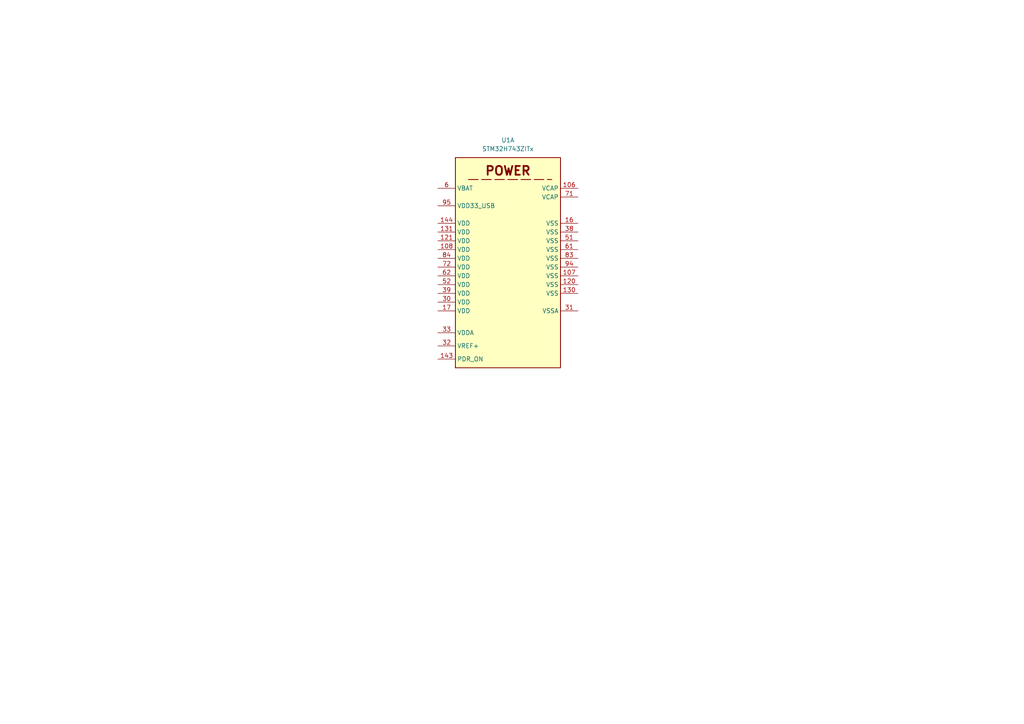
<source format=kicad_sch>
(kicad_sch (version 20250114) (generator "eeschema") (generator_version "9.0")
  (paper "A4")
  (title_block (title "Hoppen FC") (date "2025-12-13") (rev "1.0") (company "Hoppen"))
  (lib_symbols
    (symbol "0_mcu:STM32H743ZITx"
      (property "Reference" "U" (at -15.24 90.17 0))
      (property "Value" "STM32H743ZITx" (at 7.62 90.17 0))
      (symbol "STM32H743ZITx_1_1"
        (rectangle (start -15.24 60.96) (end 15.24 0) (stroke (width 0.254)) (fill (type background)))
        (polyline (pts (xy -11.43 54.61) (xy 12.7 54.61)) (stroke (width 0.254) (type dash)))
        (text "POWER" (at 0 57.15 0) (effects (font (size 2.54 2.54) (thickness 0.508) (bold yes))))
        (pin power_in line (at -20.32 52.07 0) (length 5.08) (name "VBAT") (number "6"))
        (pin power_in line (at -20.32 46.99 0) (length 5.08) (name "VDD33_USB") (number "95"))
        (pin power_in line (at -20.32 41.91 0) (length 5.08) (name "VDD") (number "144"))
        (pin power_in line (at -20.32 39.37 0) (length 5.08) (name "VDD") (number "131"))
        (pin power_in line (at -20.32 36.83 0) (length 5.08) (name "VDD") (number "121"))
        (pin power_in line (at -20.32 34.29 0) (length 5.08) (name "VDD") (number "108"))
        (pin power_in line (at -20.32 31.75 0) (length 5.08) (name "VDD") (number "84"))
        (pin power_in line (at -20.32 29.21 0) (length 5.08) (name "VDD") (number "72"))
        (pin power_in line (at -20.32 26.67 0) (length 5.08) (name "VDD") (number "62"))
        (pin power_in line (at -20.32 24.13 0) (length 5.08) (name "VDD") (number "52"))
        (pin power_in line (at -20.32 21.59 0) (length 5.08) (name "VDD") (number "39"))
        (pin power_in line (at -20.32 19.05 0) (length 5.08) (name "VDD") (number "30"))
        (pin power_in line (at -20.32 16.51 0) (length 5.08) (name "VDD") (number "17"))
        (pin power_in line (at -20.32 10.16 0) (length 5.08) (name "VDDA") (number "33"))
        (pin input line (at -20.32 6.35 0) (length 5.08) (name "VREF+") (number "32"))
        (pin input line (at -20.32 2.54 0) (length 5.08) (name "PDR_ON") (number "143"))
        (pin power_out line (at 20.32 52.07 180) (length 5.08) (name "VCAP") (number "106"))
        (pin power_out line (at 20.32 49.53 180) (length 5.08) (name "VCAP") (number "71"))
        (pin power_in line (at 20.32 41.91 180) (length 5.08) (name "VSS") (number "16"))
        (pin power_in line (at 20.32 39.37 180) (length 5.08) (name "VSS") (number "38"))
        (pin power_in line (at 20.32 36.83 180) (length 5.08) (name "VSS") (number "51"))
        (pin power_in line (at 20.32 34.29 180) (length 5.08) (name "VSS") (number "61"))
        (pin power_in line (at 20.32 31.75 180) (length 5.08) (name "VSS") (number "83"))
        (pin power_in line (at 20.32 29.21 180) (length 5.08) (name "VSS") (number "94"))
        (pin power_in line (at 20.32 26.67 180) (length 5.08) (name "VSS") (number "107"))
        (pin power_in line (at 20.32 24.13 180) (length 5.08) (name "VSS") (number "120"))
        (pin power_in line (at 20.32 21.59 180) (length 5.08) (name "VSS") (number "130"))
        (pin power_in line (at 20.32 16.51 180) (length 5.08) (name "VSSA") (number "31"))
      )
      (symbol "STM32H743ZITx_2_1"
        (rectangle (start -20.32 88.9) (end 20.32 -10.16) (stroke (width 0.254)) (fill (type background)))
        (polyline (pts (xy -15.24 82.55) (xy 15.24 82.55)) (stroke (width 0.254) (type dash)))
        (text "I/O 1\n" (at 0 85.09 0) (effects (font (size 2.54 2.54) (thickness 0.508) (bold yes))))
        (pin bidirectional line (at -25.4 78.74 0) (length 5.08) (name "PA0") (number "34"))
        (pin bidirectional line (at -25.4 76.2 0) (length 5.08) (name "PA1") (number "35"))
        (pin bidirectional line (at -25.4 73.66 0) (length 5.08) (name "PA2") (number "36"))
        (pin bidirectional line (at -25.4 71.12 0) (length 5.08) (name "PA3") (number "37"))
        (pin bidirectional line (at -25.4 68.58 0) (length 5.08) (name "PA4") (number "40"))
        (pin bidirectional line (at -25.4 66.04 0) (length 5.08) (name "PA5") (number "41"))
        (pin bidirectional line (at -25.4 63.5 0) (length 5.08) (name "PA6") (number "42"))
        (pin bidirectional line (at -25.4 60.96 0) (length 5.08) (name "PA7") (number "43"))
        (pin bidirectional line (at -25.4 58.42 0) (length 5.08) (name "PA8") (number "100"))
        (pin bidirectional line (at -25.4 55.88 0) (length 5.08) (name "PA9") (number "101"))
        (pin bidirectional line (at -25.4 53.34 0) (length 5.08) (name "PA10") (number "102"))
        (pin bidirectional line (at -25.4 50.8 0) (length 5.08) (name "PA11") (number "103"))
        (pin bidirectional line (at -25.4 48.26 0) (length 5.08) (name "PA12") (number "104"))
        (pin bidirectional line (at -25.4 45.72 0) (length 5.08) (name "PA13") (number "105"))
        (pin bidirectional line (at -25.4 43.18 0) (length 5.08) (name "PA14") (number "109"))
        (pin bidirectional line (at -25.4 40.64 0) (length 5.08) (name "PA15") (number "110"))
        (pin bidirectional line (at -25.4 33.02 0) (length 5.08) (name "PC0") (number "26"))
        (pin bidirectional line (at -25.4 30.48 0) (length 5.08) (name "PC1") (number "27"))
        (pin bidirectional line (at -25.4 27.94 0) (length 5.08) (name "PC2_C") (number "28"))
        (pin bidirectional line (at -25.4 25.4 0) (length 5.08) (name "PC3_C") (number "29"))
        (pin bidirectional line (at -25.4 22.86 0) (length 5.08) (name "PC4") (number "44"))
        (pin bidirectional line (at -25.4 20.32 0) (length 5.08) (name "PC5") (number "45"))
        (pin bidirectional line (at -25.4 17.78 0) (length 5.08) (name "PC6") (number "96"))
        (pin bidirectional line (at -25.4 15.24 0) (length 5.08) (name "PC7") (number "97"))
        (pin bidirectional line (at -25.4 12.7 0) (length 5.08) (name "PC8") (number "98"))
        (pin bidirectional line (at -25.4 10.16 0) (length 5.08) (name "PC9") (number "99"))
        (pin bidirectional line (at -25.4 7.62 0) (length 5.08) (name "PC10") (number "111"))
        (pin bidirectional line (at -25.4 5.08 0) (length 5.08) (name "PC11") (number "112"))
        (pin bidirectional line (at -25.4 2.54 0) (length 5.08) (name "PC12") (number "113"))
        (pin bidirectional line (at -25.4 0 0) (length 5.08) (name "PC13") (number "7"))
        (pin bidirectional line (at -25.4 -2.54 0) (length 5.08) (name "PC14") (number "8"))
        (pin bidirectional line (at -25.4 -5.08 0) (length 5.08) (name "PC15") (number "9"))
        (pin input line (at 20.32 33.02 0) (length 5.08) (name "NRST") (number "25"))
        (pin input line (at 20.32 15.24 0) (length 5.08) (name "BOOT0") (number "138"))
        (pin bidirectional line (at 25.4 78.74 180) (length 5.08) (name "PB0") (number "46"))
        (pin bidirectional line (at 25.4 76.2 180) (length 5.08) (name "PB1") (number "47"))
        (pin bidirectional line (at 25.4 73.66 180) (length 5.08) (name "PB2") (number "48"))
        (pin bidirectional line (at 25.4 71.12 180) (length 5.08) (name "PB3") (number "133"))
        (pin bidirectional line (at 25.4 68.58 180) (length 5.08) (name "PB4") (number "134"))
        (pin bidirectional line (at 25.4 66.04 180) (length 5.08) (name "PB5") (number "135"))
        (pin bidirectional line (at 25.4 63.5 180) (length 5.08) (name "PB6") (number "136"))
        (pin bidirectional line (at 25.4 60.96 180) (length 5.08) (name "PB7") (number "137"))
        (pin bidirectional line (at 25.4 58.42 180) (length 5.08) (name "PB8") (number "139"))
        (pin bidirectional line (at 25.4 55.88 180) (length 5.08) (name "PB9") (number "140"))
        (pin bidirectional line (at 25.4 53.34 180) (length 5.08) (name "PB10") (number "69"))
        (pin bidirectional line (at 25.4 50.8 180) (length 5.08) (name "PB11") (number "70"))
        (pin bidirectional line (at 25.4 48.26 180) (length 5.08) (name "PB12") (number "73"))
        (pin bidirectional line (at 25.4 45.72 180) (length 5.08) (name "PB13") (number "74"))
        (pin bidirectional line (at 25.4 43.18 180) (length 5.08) (name "PB14") (number "75"))
        (pin bidirectional line (at 25.4 40.64 180) (length 5.08) (name "PB15") (number "76"))
        (pin bidirectional line (at 25.4 -2.54 180) (length 5.08) (name "PH1") (number "24"))
        (pin bidirectional line (at 25.4 -5.08 180) (length 5.08) (name "PH0") (number "23"))
      )
      (symbol "STM32H743ZITx_3_1"
        (rectangle (start -20.32 88.9) (end 20.32 -10.16) (stroke (width 0.254)) (fill (type background)))
        (polyline (pts (xy -15.24 82.55) (xy 15.24 82.55)) (stroke (width 0.254) (type dash)))
        (text "I/O 2\n" (at 0 85.09 0) (effects (font (size 2.54 2.54) (thickness 0.508) (bold yes))))
        (pin bidirectional line (at -25.4 78.74 0) (length 5.08) (name "PD0") (number "114"))
        (pin bidirectional line (at -25.4 76.2 0) (length 5.08) (name "PD1") (number "115"))
        (pin bidirectional line (at -25.4 73.66 0) (length 5.08) (name "PD2") (number "116"))
        (pin bidirectional line (at -25.4 71.12 0) (length 5.08) (name "PD3") (number "117"))
        (pin bidirectional line (at -25.4 68.58 0) (length 5.08) (name "PD4") (number "118"))
        (pin bidirectional line (at -25.4 66.04 0) (length 5.08) (name "PD5") (number "119"))
        (pin bidirectional line (at -25.4 63.5 0) (length 5.08) (name "PD6") (number "122"))
        (pin bidirectional line (at -25.4 60.96 0) (length 5.08) (name "PD7") (number "123"))
        (pin bidirectional line (at -25.4 58.42 0) (length 5.08) (name "PD8") (number "77"))
        (pin bidirectional line (at -25.4 55.88 0) (length 5.08) (name "PD9") (number "78"))
        (pin bidirectional line (at -25.4 53.34 0) (length 5.08) (name "PD10") (number "79"))
        (pin bidirectional line (at -25.4 50.8 0) (length 5.08) (name "PD11") (number "80"))
        (pin bidirectional line (at -25.4 48.26 0) (length 5.08) (name "PD12") (number "81"))
        (pin bidirectional line (at -25.4 45.72 0) (length 5.08) (name "PD13") (number "82"))
        (pin bidirectional line (at -25.4 43.18 0) (length 5.08) (name "PD14") (number "85"))
        (pin bidirectional line (at -25.4 40.64 0) (length 5.08) (name "PD15") (number "86"))
        (pin bidirectional line (at -25.4 33.02 0) (length 5.08) (name "PF0") (number "10"))
        (pin bidirectional line (at -25.4 30.48 0) (length 5.08) (name "PF1") (number "11"))
        (pin bidirectional line (at -25.4 27.94 0) (length 5.08) (name "PF2") (number "12"))
        (pin bidirectional line (at -25.4 25.4 0) (length 5.08) (name "PF3") (number "13"))
        (pin bidirectional line (at -25.4 22.86 0) (length 5.08) (name "PF4") (number "14"))
        (pin bidirectional line (at -25.4 20.32 0) (length 5.08) (name "PF5") (number "15"))
        (pin bidirectional line (at -25.4 17.78 0) (length 5.08) (name "PF6") (number "18"))
        (pin bidirectional line (at -25.4 15.24 0) (length 5.08) (name "PF7") (number "19"))
        (pin bidirectional line (at -25.4 12.7 0) (length 5.08) (name "PF8") (number "20"))
        (pin bidirectional line (at -25.4 10.16 0) (length 5.08) (name "PF9") (number "21"))
        (pin bidirectional line (at -25.4 7.62 0) (length 5.08) (name "PF10") (number "22"))
        (pin bidirectional line (at -25.4 5.08 0) (length 5.08) (name "PF11") (number "49"))
        (pin bidirectional line (at -25.4 2.54 0) (length 5.08) (name "PF12") (number "50"))
        (pin bidirectional line (at -25.4 0 0) (length 5.08) (name "PF13") (number "53"))
        (pin bidirectional line (at -25.4 -2.54 0) (length 5.08) (name "PF14") (number "54"))
        (pin bidirectional line (at -25.4 -5.08 0) (length 5.08) (name "PF15") (number "55"))
        (pin bidirectional line (at 25.4 78.74 180) (length 5.08) (name "PE0") (number "141"))
        (pin bidirectional line (at 25.4 76.2 180) (length 5.08) (name "PE1") (number "142"))
        (pin bidirectional line (at 25.4 73.66 180) (length 5.08) (name "PE2") (number "1"))
        (pin bidirectional line (at 25.4 71.12 180) (length 5.08) (name "PE3") (number "2"))
        (pin bidirectional line (at 25.4 68.58 180) (length 5.08) (name "PE4") (number "3"))
        (pin bidirectional line (at 25.4 66.04 180) (length 5.08) (name "PE5") (number "4"))
        (pin bidirectional line (at 25.4 63.5 180) (length 5.08) (name "PE6") (number "5"))
        (pin bidirectional line (at 25.4 60.96 180) (length 5.08) (name "PE7") (number "58"))
        (pin bidirectional line (at 25.4 58.42 180) (length 5.08) (name "PE8") (number "59"))
        (pin bidirectional line (at 25.4 55.88 180) (length 5.08) (name "PE9") (number "60"))
        (pin bidirectional line (at 25.4 53.34 180) (length 5.08) (name "PE10") (number "63"))
        (pin bidirectional line (at 25.4 50.8 180) (length 5.08) (name "PE11") (number "64"))
        (pin bidirectional line (at 25.4 48.26 180) (length 5.08) (name "PE12") (number "65"))
        (pin bidirectional line (at 25.4 45.72 180) (length 5.08) (name "PE13") (number "66"))
        (pin bidirectional line (at 25.4 43.18 180) (length 5.08) (name "PE14") (number "67"))
        (pin bidirectional line (at 25.4 40.64 180) (length 5.08) (name "PE15") (number "68"))
        (pin bidirectional line (at 25.4 33.02 180) (length 5.08) (name "PG0") (number "56"))
        (pin bidirectional line (at 25.4 30.48 180) (length 5.08) (name "PG1") (number "57"))
        (pin bidirectional line (at 25.4 27.94 180) (length 5.08) (name "PG2") (number "87"))
        (pin bidirectional line (at 25.4 25.4 180) (length 5.08) (name "PG3") (number "88"))
        (pin bidirectional line (at 25.4 22.86 180) (length 5.08) (name "PG4") (number "89"))
        (pin bidirectional line (at 25.4 20.32 180) (length 5.08) (name "PG5") (number "90"))
        (pin bidirectional line (at 25.4 17.78 180) (length 5.08) (name "PG6") (number "91"))
        (pin bidirectional line (at 25.4 15.24 180) (length 5.08) (name "PG7") (number "92"))
        (pin bidirectional line (at 25.4 12.7 180) (length 5.08) (name "PG8") (number "93"))
        (pin bidirectional line (at 25.4 10.16 180) (length 5.08) (name "PG9") (number "124"))
        (pin bidirectional line (at 25.4 7.62 180) (length 5.08) (name "PG10") (number "125"))
        (pin bidirectional line (at 25.4 5.08 180) (length 5.08) (name "PG11") (number "126"))
        (pin bidirectional line (at 25.4 2.54 180) (length 5.08) (name "PG12") (number "127"))
        (pin bidirectional line (at 25.4 0 180) (length 5.08) (name "PG13") (number "128"))
        (pin bidirectional line (at 25.4 -2.54 180) (length 5.08) (name "PG14") (number "129"))
        (pin bidirectional line (at 25.4 -5.08 180) (length 5.08) (name "PG15") (number "132"))
      )
    )
  )
  (symbol (lib_id "0_mcu:STM32H743ZITx") (at 147.32 106.68 0) (unit 1)
    (property "Reference" "U1" (at 147.32 40.64 0))
    (property "Value" "STM32H743ZITx" (at 147.32 43.18 0))
    (property "Footprint" "Package_QFP:LQFP-144_20x20mm_P0.5mm" (effects (hide yes)))
    (property "Datasheet" "https://www.st.com/resource/en/datasheet/stm32h743zi.pdf" (effects (hide yes)))
    (property "Description" "STMicroelectronics Arm Cortex-M7 MCU, 2048KB flash, 1024KB RAM, 480 MHz, 1.62-3.6V, 114 GPIO, LQFP144" (effects (hide yes)))
    (property "LCSC" "C114408" (effects (hide yes)))
  )
)
</source>
